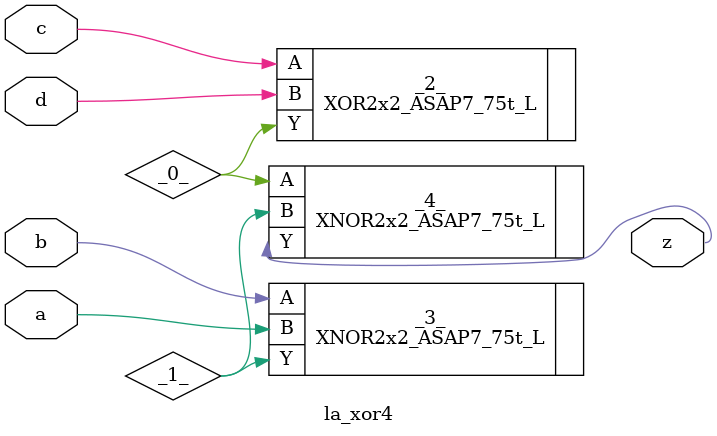
<source format=v>
/* Generated by Yosys 0.37 (git sha1 a5c7f69ed, clang 14.0.0-1ubuntu1.1 -fPIC -Os) */

module la_xor4(a, b, c, d, z);
  wire _0_;
  wire _1_;
  input a;
  wire a;
  input b;
  wire b;
  input c;
  wire c;
  input d;
  wire d;
  output z;
  wire z;
  XOR2x2_ASAP7_75t_L _2_ (
    .A(c),
    .B(d),
    .Y(_0_)
  );
  XNOR2x2_ASAP7_75t_L _3_ (
    .A(b),
    .B(a),
    .Y(_1_)
  );
  XNOR2x2_ASAP7_75t_L _4_ (
    .A(_0_),
    .B(_1_),
    .Y(z)
  );
endmodule

</source>
